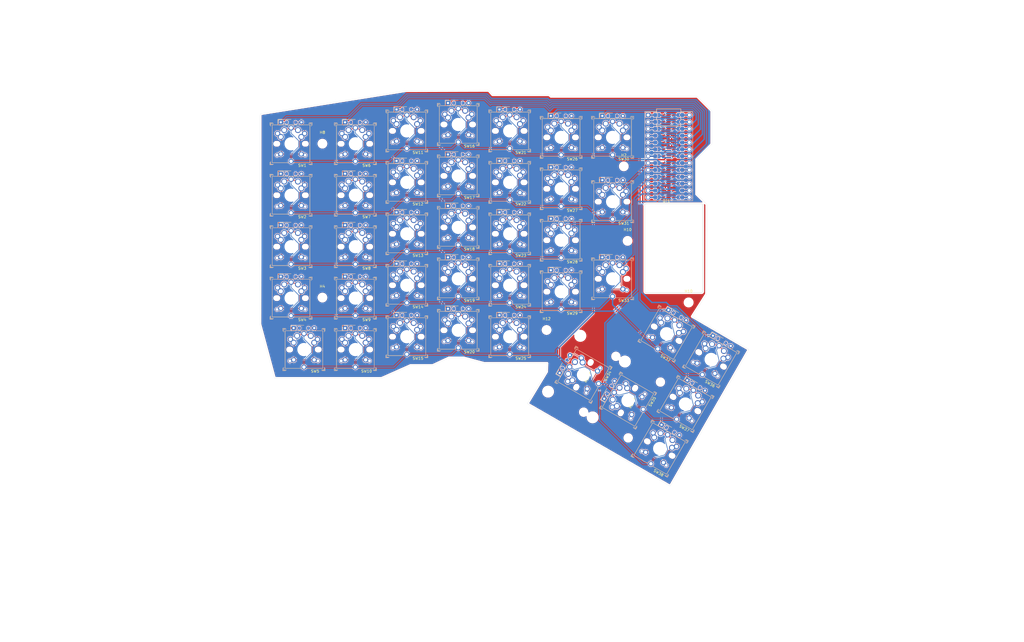
<source format=kicad_pcb>
(kicad_pcb (version 20241229) (generator "pcbnew") (generator_version "9.0")
  (layers (0 "F.Cu" signal) (2 "B.Cu" signal) (13 "F.Paste" user) (15 "B.Paste" user) (5 "F.SilkS" user "F.Silkscreen") (7 "B.SilkS" user "B.Silkscreen") (1 "F.Mask" user) (3 "B.Mask" user) (25 "Edge.Cuts" user))
  (net 0 "")
  (net 1 "ROW0")
  (net 2 "ROW1")
  (net 3 "ROW2")
  (net 4 "ROW3")
  (net 5 "ROW4")
  (net 6 "ROW5")
  (net 7 "COLUMN0")
  (net 8 "COLUMN1")
  (net 9 "COLUMN2")
  (net 10 "COLUMN3")
  (net 11 "COLUMN4")
  (net 12 "COLUMN5")
  (net 13 "COLUMN6")
  (net 14 "COLUMN7")
  (net 15 "COLUMN8")
  (net 62 "GND")
  (footprint "Keyboard_CS:SW_UNIVERSAL_1.00u" (layer "F.Cu") (at 133.35 59.53125)
    (property "Reference" "SW22")
    (property "Value" "~")
  )
  (footprint "Keyboard_CS:SW_UNIVERSAL_1.00u" (layer "F.Cu") (at 198.40696 141.598892 -30)
    (property "Reference" "SW37")
    (property "Value" "~")
  )
  (footprint "Keyboard_CS:SW_UNIVERSAL_1.00u" (layer "F.Cu") (at 52.3875 45.24375)
    (property "Reference" "SW1")
    (property "Value" "~")
  )
  (footprint "MountingHole:MountingHole_3.2mm_M3" (layer "F.Cu") (at 199.6 104)
    (property "Reference" "H10")
    (property "Value" "MountingHole")
  )
  (footprint "Keyboard_CS:SW_UNIVERSAL_1.00u" (layer "F.Cu") (at 191.434176 115.576108 -30)
    (property "Reference" "SW32")
    (property "Value" "~")
  )
  (footprint "MountingHole:MountingHole_3.2mm_M3" (layer "F.Cu") (at 177 81.2)
    (property "Reference" "H10")
    (property "Value" "MountingHole")
  )
  (footprint "MountingHole:MountingHole_3.2mm_M3" (layer "F.Cu") (at 64 102.2)
    (property "Reference" "H4")
    (property "Value" "MountingHole")
  )
  (footprint "Keyboard_CS:SW_UNIVERSAL_1.00u" (layer "F.Cu") (at 188.88196 158.096676 -30)
    (property "Reference" "SW38")
    (property "Value" "~")
  )
  (footprint "Keyboard_CS:SW_UNIVERSAL_1.00u" (layer "F.Cu") (at 114.3 76.2)
    (property "Reference" "SW18")
    (property "Value" "~")
  )
  (footprint "MountingHole:MountingHole_3.2mm_M3" (layer "F.Cu") (at 147 114.2)
    (property "Reference" "H12")
    (property "Value" "MountingHole")
  )
  (footprint "Keyboard_CS:SW_UNIVERSAL_1.00u" (layer "F.Cu") (at 57.15 121.44375)
    (property "Reference" "SW5")
    (property "Value" "~")
  )
  (footprint "Keyboard_CS:SW_UNIVERSAL_1.00u" (layer "F.Cu") (at 52.3875 64.29375)
    (property "Reference" "SW2")
    (property "Value" "~")
  )
  (footprint "Keyboard_CS:SW_UNIVERSAL_1.00u" (layer "F.Cu") (at 76.2 45.24375)
    (property "Reference" "SW6")
    (property "Value" "~")
  )
  (footprint "Keyboard_CS:SW_UNIVERSAL_1.00u" (layer "F.Cu") (at 95.25 78.58125)
    (property "Reference" "SW13")
    (property "Value" "~")
  )
  (footprint "Keyboard_CS:SW_UNIVERSAL_1.00u" (layer "F.Cu") (at 76.2 121.44375)
    (property "Reference" "SW10")
    (property "Value" "~")
  )
  (footprint "PCM_Mounting_Keyboard_Stabilizer:Stabilizer_Cherry_MX_2.00u" (layer "F.Cu") (at 160.648892 130.797784 -120)
    (property "Reference" "REF**")
    (property "Value" "Stabilizer_Cherry_MX_2.00u")
  )
  (footprint "Keyboard_CS:SW_UNIVERSAL_1.00u" (layer "F.Cu") (at 160.648892 130.797784 60)
    (property "Reference" "SW34")
    (property "Value" "~")
  )
  (footprint "Keyboard_CS:503020 battery hole" (layer "F.Cu") (at 183.345 67.395)
    (property "Reference" "BT1")
    (property "Value" "Battery_Cell")
    (fp_line (start 0 32.5) (end 0 0.5) (stroke (width 0.12)) (layer "Edge.Cuts"))
    (fp_line (start 0.5 0) (end 21 0) (stroke (width 0.12)) (layer "Edge.Cuts"))
    (fp_line (start 21 32.999999) (end 0.5 33) (stroke (width 0.12)) (layer "Edge.Cuts"))
    (fp_line (start 21.5 0.5) (end 21.5 32.5) (stroke (width 0.12)) (layer "Edge.Cuts"))
    (fp_arc (start 0 0.5) (mid 0.146447 0.146447) (end 0.5 0) (stroke (width 0.12)) (layer "Edge.Cuts"))
    (fp_arc (start 0.5 33) (mid 0.146447 32.853553) (end 0 32.5) (stroke (width 0.12)) (layer "Edge.Cuts"))
    (fp_arc (start 21 0) (mid 21.353553 0.146447) (end 21.5 0.5) (stroke (width 0.12)) (layer "Edge.Cuts"))
    (fp_arc (start 21.5 32.5) (mid 21.353553 32.853553) (end 21 32.999999) (stroke (width 0.12)) (layer "Edge.Cuts"))
  )
  (footprint "Keyboard_CS:SW_UNIVERSAL_1.00u" (layer "F.Cu") (at 152.4 42.8625)
    (property "Reference" "SW26")
    (property "Value" "~")
  )
  (footprint "Keyboard_CS:SW_UNIVERSAL_1.00u" (layer "F.Cu") (at 177.146676 140.322784 60)
    (property "Reference" "SW35")
    (property "Value" "~")
  )
  (footprint "Keyboard_CS:SW_UNIVERSAL_1.00u" (layer "F.Cu") (at 76.2 102.39375)
    (property "Reference" "SW9")
    (property "Value" "~")
  )
  (footprint "Keyboard_CS:SW_UNIVERSAL_1.00u" (layer "F.Cu") (at 133.35 78.58125)
    (property "Reference" "SW23")
    (property "Value" "~")
  )
  (footprint "MountingHole:MountingHole_3.2mm_M3" (layer "F.Cu") (at 64 45.2)
    (property "Reference" "H8")
    (property "Value" "MountingHole")
  )
  (footprint "Keyboard_CS:SW_UNIVERSAL_1.00u" (layer "F.Cu") (at 171.45 95.25)
    (property "Reference" "SW33")
    (property "Value" "~")
  )
  (footprint "Keyboard_CS:SW_UNIVERSAL_1.00u" (layer "F.Cu") (at 133.35 116.68125)
    (property "Reference" "SW25")
    (property "Value" "~")
  )
  (footprint "Keyboard_CS:SW_UNIVERSAL_1.00u" (layer "F.Cu") (at 52.3875 83.34375)
    (property "Reference" "SW3")
    (property "Value" "~")
  )
  (footprint "Keyboard_CS:SW_UNIVERSAL_1.00u" (layer "F.Cu") (at 133.35 97.63125)
    (property "Reference" "SW24")
    (property "Value" "~")
  )
  (footprint "Keyboard_CS:ProMicro_DUAL_jumper" (layer "F.Cu") (at 184.61 37.14 -90)
    (property "Reference" "U1" (hide yes))
    (property "Value" "SuperMini nRF52840")
  )
  (footprint "MountingHole:MountingHole_3.2mm_M3" (layer "F.Cu") (at 175.6 53.6)
    (property "Reference" "H2")
    (property "Value" "MountingHole")
  )
  (footprint "Keyboard_CS:SW_UNIVERSAL_1.00u" (layer "F.Cu") (at 95.25 40.48125)
    (property "Reference" "SW11")
    (property "Value" "~")
  )
  (footprint "Keyboard_CS:SW_UNIVERSAL_1.00u" (layer "F.Cu") (at 76.2 64.29375)
    (property "Reference" "SW7")
    (property "Value" "~")
  )
  (footprint "Keyboard_CS:SW_UNIVERSAL_1.00u" (layer "F.Cu") (at 171.45 66.675)
    (property "Reference" "SW31")
    (property "Value" "~")
  )
  (footprint "Keyboard_CS:SW_UNIVERSAL_1.00u" (layer "F.Cu") (at 95.25 59.53125)
    (property "Reference" "SW12")
    (property "Value" "~")
  )
  (footprint "Keyboard_CS:SW_UNIVERSAL_1.00u" (layer "F.Cu") (at 95.25 97.63125)
    (property "Reference" "SW14")
    (property "Value" "~")
  )
  (footprint "PCM_Mounting_Keyboard_Stabilizer:Stabilizer_Cherry_MX_2.00u" (layer "F.Cu") (at 177.146676 140.322784 -120)
    (property "Reference" "REF**")
    (property "Value" "Stabilizer_Cherry_MX_2.00u")
  )
  (footprint "Keyboard_CS:SW_UNIVERSAL_1.00u" (layer "F.Cu") (at 95.25 116.68125)
    (property "Reference" "SW15")
    (property "Value" "~")
  )
  (footprint "Keyboard_CS:SW_UNIVERSAL_1.00u" (layer "F.Cu") (at 114.3 95.25)
    (property "Reference" "SW19")
    (property "Value" "~")
  )
  (footprint "Keyboard_CS:SW_UNIVERSAL_1.00u" (layer "F.Cu") (at 76.2 83.34375)
    (property "Reference" "SW8")
    (property "Value" "~")
  )
  (footprint "Keyboard_CS:SW_UNIVERSAL_1.00u" (layer "F.Cu") (at 171.45 42.8625)
    (property "Reference" "SW30")
    (property "Value" "~")
  )
  (footprint "Keyboard_CS:SW_UNIVERSAL_1.00u" (layer "F.Cu") (at 152.4 100.0125)
    (property "Reference" "SW29")
    (property "Value" "~")
  )
  (footprint "Keyboard_CS:SW_UNIVERSAL_1.00u" (layer "F.Cu") (at 114.3 114.3)
    (property "Reference" "SW20")
    (property "Value" "~")
  )
  (footprint "Keyboard_CS:SW_UNIVERSAL_1.00u" (layer "F.Cu") (at 52.3875 102.39375)
    (property "Reference" "SW4")
    (property "Value" "~")
  )
  (footprint "Keyboard_CS:SW_UNIVERSAL_1.00u" (layer "F.Cu") (at 152.4 80.9625)
    (property "Reference" "SW28")
    (property "Value" "~")
  )
  (footprint "Keyboard_CS:SW_UNIVERSAL_1.00u" (layer "F.Cu") (at 207.93196 125.101108 -30)
    (property "Reference" "SW36")
    (property "Value" "~")
  )
  (footprint "Keyboard_CS:SW_UNIVERSAL_1.00u" (layer "F.Cu") (at 114.3 38.1)
    (property "Reference" "SW16")
    (property "Value" "~")
  )
  (footprint "Keyboard_CS:SW_UNIVERSAL_1.00u" (layer "F.Cu") (at 152.4 61.9125)
    (property "Reference" "SW27")
    (property "Value" "~")
  )
  (footprint "Keyboard_CS:SW_UNIVERSAL_1.00u" (layer "F.Cu") (at 114.3 57.15)
    (property "Reference" "SW17")
    (property "Value" "~")
  )
  (footprint "Keyboard_CS:SW_UNIVERSAL_1.00u" (layer "F.Cu") (at 133.35 40.48125)
    (property "Reference" "SW21")
    (property "Value" "~")
  )
  (gr_poly (pts (xy 41 34.2) (xy 95.1 25.6) (xy 125.6 25.5) (xy 127 27.1) (xy 148 27.1) (xy 148.6 27.7) (xy 202.8 27.7) (xy 208.1 33) (xy 208.1 45.4) (xy 202.5 51) (xy 202.5 63.9) (xy 206.3 67.641447) (xy 206.2 100.9) (xy 200.9 109.2) (xy 221.9 121.4) (xy 192.8 172) (xy 139.9 141.5) (xy 147.1 129.6) (xy 147.2 126.5) (xy 123.9 126.5) (xy 116.4 124.5) (xy 110.8 124.5) (xy 104.8 127.3) (xy 96.6 127.3) (xy 85.8 132.1) (xy 46.3 132.1) (xy 40.9 112) (xy 41 34.2) (xy 41 34.2)) (stroke (width 0.05)) (fill no) (layer "Edge.Cuts"))
  (segment (start 116.68125 46.98125) (end 133.35 46.98125) (width 0.5) (layer "B.Cu") (net 1))
  (segment (start 76.2 51.74375) (end 88.7755 51.74375) (width 0.5) (layer "B.Cu") (net 1))
  (segment (start 135.73125 49.3625) (end 152.4 49.3625) (width 0.5) (layer "B.Cu") (net 1))
  (segment (start 95.25 46.98125) (end 111.91875 46.98125) (width 0.5) (layer "B.Cu") (net 1))
  (segment (start 114.3 44.6) (end 116.68125 46.98125) (width 0.5) (layer "B.Cu") (net 1))
  (segment (start 187.7787 51.091) (end 189.0677 52.38) (width 0.5) (layer "B.Cu") (net 1))
  (segment (start 88.7755 51.74375) (end 93.538 46.98125) (width 0.5) (layer "B.Cu") (net 1))
  (segment (start 52.3875 51.74375) (end 76.2 51.74375) (width 0.5) (layer "B.Cu") (net 1))
  (segment (start 111.91875 46.98125) (end 114.3 44.6) (width 0.5) (layer "B.Cu") (net 1))
  (segment (start 152.4 49.3625) (end 171.45 49.3625) (width 0.5) (layer "B.Cu") (net 1))
  (segment (start 133.35 46.98125) (end 135.73125 49.3625) (width 0.5) (layer "B.Cu") (net 1))
  (segment (start 93.538 46.98125) (end 95.25 46.98125) (width 0.5) (layer "B.Cu") (net 1))
  (segment (start 171.45 49.3625) (end 173.1785 51.091) (width 0.5) (layer "B.Cu") (net 1))
  (segment (start 173.1785 51.091) (end 187.7787 51.091) (width 0.5) (layer "B.Cu") (net 1))
  (segment (start 111.91875 66.03125) (end 114.3 63.65) (width 0.5) (layer "B.Cu") (net 2))
  (segment (start 95.25 66.03125) (end 111.91875 66.03125) (width 0.5) (layer "B.Cu") (net 2))
  (segment (start 76.2 70.79375) (end 88.7755 70.79375) (width 0.5) (layer "B.Cu") (net 2))
  (segment (start 133.35 66.03125) (end 135.73125 68.4125) (width 0.5) (layer "B.Cu") (net 2))
  (segment (start 88.7755 70.79375) (end 93.538 66.03125) (width 0.5) (layer "B.Cu") (net 2))
  (segment (start 166.90224 73.175) (end 171.45 73.175) (width 0.5) (layer "B.Cu") (net 2))
  (segment (start 162.13974 68.4125) (end 166.90224 73.175) (width 0.5) (layer "B.Cu") (net 2))
  (segment (start 116.68125 66.03125) (end 133.35 66.03125) (width 0.5) (layer "B.Cu") (net 2))
  (segment (start 152.4 68.4125) (end 162.13974 68.4125) (width 0.5) (layer "B.Cu") (net 2))
  (segment (start 93.538 66.03125) (end 95.25 66.03125) (width 0.5) (layer "B.Cu") (net 2))
  (segment (start 114.3 63.65) (end 116.68125 66.03125) (width 0.5) (layer "B.Cu") (net 2))
  (segment (start 135.73125 68.4125) (end 152.4 68.4125) (width 0.5) (layer "B.Cu") (net 2))
  (segment (start 173.99 61.595) (end 175.545634 61.595) (width 0.5) (layer "B.Cu") (net 2))
  (segment (start 183.509634 53.631) (end 187.755882 53.631) (width 0.5) (layer "B.Cu") (net 2))
  (segment (start 175.545634 61.595) (end 183.509634 53.631) (width 0.5) (layer "B.Cu") (net 2))
  (segment (start 52.3875 70.79375) (end 76.2 70.79375) (width 0.5) (layer "B.Cu") (net 2))
  (segment (start 187.755882 53.631) (end 188.605903 54.481021) (width 0.5) (layer "B.Cu") (net 2))
  (segment (start 114.3 82.7) (end 116.68125 85.08125) (width 0.5) (layer "B.Cu") (net 3))
  (segment (start 111.91875 85.08125) (end 114.3 82.7) (width 0.5) (layer "B.Cu") (net 3))
  (segment (start 178 71.17276) (end 178 67.890429) (width 0.5) (layer "B.Cu") (net 3))
  (segment (start 174.390259 74.782501) (end 178 71.17276) (width 0.5) (layer "B.Cu") (net 3))
  (segment (start 154.94 75.8825) (end 156.039999 74.782501) (width 0.5) (layer "B.Cu") (net 3))
  (segment (start 95.25 85.08125) (end 111.91875 85.08125) (width 0.5) (layer "B.Cu") (net 3))
  (segment (start 76.2 89.84375) (end 88.7755 89.84375) (width 0.5) (layer "B.Cu") (net 3))
  (segment (start 184.129818 58.711) (end 187.8167 58.711) (width 0.5) (layer "B.Cu") (net 3))
  (segment (start 88.7755 89.84375) (end 93.538 85.08125) (width 0.5) (layer "B.Cu") (net 3))
  (segment (start 156.039999 74.782501) (end 174.390259 74.782501) (width 0.5) (layer "B.Cu") (net 3))
  (segment (start 116.68125 85.08125) (end 133.35 85.08125) (width 0.5) (layer "B.Cu") (net 3))
  (segment (start 178 65.459571) (end 178 64.840818) (width 0.5) (layer "B.Cu") (net 3))
  (segment (start 135.73125 87.4625) (end 152.4 87.4625) (width 0.5) (layer "B.Cu") (net 3))
  (segment (start 187.8167 58.711) (end 189.0677 57.46) (width 0.5) (layer "B.Cu") (net 3))
  (segment (start 52.3875 89.84375) (end 76.2 89.84375) (width 0.5) (layer "B.Cu") (net 3))
  (segment (start 178.5519 66.011471) (end 178 65.459571) (width 0.5) (layer "B.Cu") (net 3))
  (segment (start 93.538 85.08125) (end 95.25 85.08125) (width 0.5) (layer "B.Cu") (net 3))
  (segment (start 178.5519 67.338529) (end 178.5519 66.011471) (width 0.5) (layer "B.Cu") (net 3))
  (segment (start 178 67.890429) (end 178.5519 67.338529) (width 0.5) (layer "B.Cu") (net 3))
  (segment (start 178 64.840818) (end 184.129818 58.711) (width 0.5) (layer "B.Cu") (net 3))
  (segment (start 133.35 85.08125) (end 135.73125 87.4625) (width 0.5) (layer "B.Cu") (net 3))
  (segment (start 166.6875 106.5125) (end 152.4 106.5125) (width 0.5) (layer "B.Cu") (net 4))
  (segment (start 114.3 101.75) (end 116.68125 104.13125) (width 0.5) (layer "B.Cu") (net 4))
  (segment (start 183.549 61.251) (end 187.793746 61.251) (width 0.5) (layer "B.Cu") (net 4))
  (segment (start 171.45 101.75) (end 166.6875 106.5125) (width 0.5) (layer "B.Cu") (net 4))
  (segment (start 187.787621 121.205273) (end 188.184176 121.205273) (width 0.5) (layer "B.Cu") (net 4))
  (segment (start 133.35 104.13125) (end 135.73125 106.5125) (width 0.5) (layer "B.Cu") (net 4))
  (segment (start 179.4 65.4) (end 183.549 61.251) (width 0.5) (layer "B.Cu") (net 4))
  (segment (start 188.184176 121.205273) (end 197.709176 130.730273) (width 0.5) (layer "B.Cu") (net 4))
  (segment (start 171.45 101.75) (end 171.45 104.867652) (width 0.5) (layer "B.Cu") (net 4))
  (segment (start 93.538 104.13125) (end 95.25 104.13125) (width 0.5) (layer "B.Cu") (net 4))
  (segment (start 76.2 108.89375) (end 88.7755 108.89375) (width 0.5) (layer "B.Cu") (net 4))
  (segment (start 52.3875 108.89375) (end 76.2 108.89375) (width 0.5) (layer "B.Cu") (net 4))
  (segment (start 135.73125 106.5125) (end 152.4 106.5125) (width 0.5) (layer "B.Cu") (net 4))
  (segment (start 95.25 104.13125) (end 111.91875 104.13125) (width 0.5) (layer "B.Cu") (net 4))
  (segment (start 116.68125 104.13125) (end 133.35 104.13125) (width 0.5) (layer "B.Cu") (net 4))
  (segment (start 171.45 104.867652) (end 187.787621 121.205273) (width 0.5) (layer "B.Cu") (net 4))
  (segment (start 173.99 90.17) (end 175.545634 90.17) (width 0.5) (layer "B.Cu") (net 4))
  (segment (start 111.91875 104.13125) (end 114.3 101.75) (width 0.5) (layer "B.Cu") (net 4))
  (segment (start 88.7755 108.89375) (end 93.538 104.13125) (width 0.5) (layer "B.Cu") (net 4))
  (segment (start 175.545634 90.17) (end 179.4 86.315634) (width 0.5) (layer "B.Cu") (net 4))
  (segment (start 187.793746 61.251) (end 188.605904 60.438842) (width 0.5) (layer "B.Cu") (net 4))
  (segment (start 179.4 86.315634) (end 179.4 65.4) (width 0.5) (layer "B.Cu") (net 4))
  (segment (start 197.709176 130.730273) (end 204.68196 130.730273) (width 0.5) (layer "B.Cu") (net 4))
  (segment (start 172.2 106.8) (end 173.6 105.4) (width 0.5) (layer "F.Cu") (net 5))
  (via (at 172.2 106.8) (size 0.6) (drill 0.3) (layers "F.Cu" "B.Cu") (net 5))
  (via (at 173.6 105.4) (size 0.6) (drill 0.3) (layers "F.Cu" "B.Cu") (net 5))
  (segment (start 150.6 123.18125) (end 150.872808 123.18125) (width 0.5) (layer "B.Cu") (net 5))
  (segment (start 114.3 120.8) (end 116.68125 123.18125) (width 0.5) (layer "B.Cu") (net 5))
  (segment (start 173.6 105.4) (end 180.101 98.899) (width 0.5) (layer "B.Cu") (net 5))
  (segment (start 111.91875 123.18125) (end 114.3 120.8) (width 0.5) (layer "B.Cu") (net 5))
  (segment (start 186.431114 147.228057) (end 195.15696 147.228057) (width 0.5) (layer "B.Cu") (net 5))
  (segment (start 57.15 127.94375) (end 76.2 127.94375) (width 0.5) (layer "B.Cu") (net 5))
  (segment (start 180.101 98.899) (end 180.101 66) (width 0.5) (layer "B.Cu") (net 5))
  (segment (start 95.25 123.18125) (end 111.91875 123.18125) (width 0.5) (layer "B.Cu") (net 5))
  (segment (start 150.6 121.713185) (end 165.099685 107.2135) (width 0.5) (layer "B.Cu") (net 5))
  (segment (start 150.872808 123.18125) (end 155.539342 127.847784) (width 0.5) (layer "B.Cu") (net 5))
  (segment (start 168.712126 134.047784) (end 172.037126 137.372784) (width 0.5) (layer "B.Cu") (net 5))
  (segment (start 90.4875 127.94375) (end 95.25 123.18125) (width 0.5) (layer "B.Cu") (net 5))
  (segment (start 165.099685 107.2135) (end 171.7865 107.2135) (width 0.5) (layer "B.Cu") (net 5))
  (segment (start 116.68125 123.18125) (end 133.35 123.18125) (width 0.5) (layer "B.Cu") (net 5))
  (segment (start 182.775841 143.572784) (end 186.431114 147.228057) (width 0.5) (layer "B.Cu") (net 5))
  (segment (start 150.6 123.18125) (end 150.6 121.713185) (width 0.5) (layer "B.Cu") (net 5))
  (segment (start 166.278057 134.047784) (end 168.712126 134.047784) (width 0.5) (layer "B.Cu") (net 5))
  (segment (start 76.2 127.94375) (end 90.4875 127.94375) (width 0.5) (layer "B.Cu") (net 5))
  (segment (start 133.35 123.18125) (end 150.6 123.18125) (width 0.5) (layer "B.Cu") (net 5))
  (segment (start 180.101 66) (end 182.272 63.829) (width 0.5) (layer "B.Cu") (net 5))
  (segment (start 182.272 63.829) (end 187.755746 63.829) (width 0.5) (layer "B.Cu") (net 5))
  (segment (start 187.755746 63.829) (end 188.605904 62.978842) (width 0.5) (layer "B.Cu") (net 5))
  (segment (start 171.7865 107.2135) (end 172.2 106.8) (width 0.5) (layer "B.Cu") (net 5))
  (segment (start 172.6 107.6) (end 174.2 106) (width 0.5) (layer "F.Cu") (net 6))
  (segment (start 166.6 135.707155) (end 168.6 133.707155) (width 0.5) (layer "F.Cu") (net 6))
  (segment (start 168.6 133.707155) (end 168.6 133) (width 0.5) (layer "F.Cu") (net 6))
  (segment (start 166.6 136.6) (end 166.6 135.707155) (width 0.5) (layer "F.Cu") (net 6))
  (via (at 166.6 136.6) (size 0.6) (drill 0.3) (layers "F.Cu" "B.Cu") (net 6))
  (via (at 168.6 133) (size 0.6) (drill 0.3) (layers "F.Cu" "B.Cu") (net 6))
  (via (at 172.6 107.6) (size 0.6) (drill 0.3) (layers "F.Cu" "B.Cu") (net 6))
  (via (at 174.2 106) (size 0.6) (drill 0.3) (layers "F.Cu" "B.Cu") (net 6))
  (segment (start 168.6 133) (end 168.6 111.6) (width 0.5) (layer "B.Cu") (net 6))
  (segment (start 166.6 147.632799) (end 166.6 136.6) (width 0.5) (layer "B.Cu") (net 6))
  (segment (start 180.802 66.6) (end 187.5477 66.6) (width 0.5) (layer "B.Cu") (net 6))
  (segment (start 182.693042 163.725841) (end 166.6 147.632799) (width 0.5) (layer "B.Cu") (net 6))
  (segment (start 168.6 111.6) (end 172.6 107.6) (width 0.5) (layer "B.Cu") (net 6))
  (segment (start 185.63196 163.725841) (end 182.693042 163.725841) (width 0.5) (layer "B.Cu") (net 6))
  (segment (start 188.605904 65.541796) (end 188.605904 65.08) (width 0.5) (layer "B.Cu") (net 6))
  (segment (start 174.2 106) (end 180.802 99.398) (width 0.5) (layer "B.Cu") (net 6))
  (segment (start 180.802 99.398) (end 180.802 66.6) (width 0.5) (layer "B.Cu") (net 6))
  (segment (start 187.5477 66.6) (end 188.605904 65.541796) (width 0.5) (layer "B.Cu") (net 6))
  (segment (start 45.2856 40.58565) (end 45.2856 53.05185) (width 0.5) (layer "F.Cu") (net 7))
  (segment (start 48.5775 94.44375) (end 45.2856 97.73565) (width 0.5) (layer "F.Cu") (net 7))
  (segment (start 45.2856 91.15185) (end 48.5775 94.44375) (width 0.5) (layer "F.Cu") (net 7))
  (segment (start 48.5775 37.29375) (end 45.2856 40.58565) (width 0.5) (layer "F.Cu") (net 7))
  (segment (start 45.2856 97.73565) (end 45.2856 106.33961) (width 0.5) (layer "F.Cu") (net 7))
  (segment (start 45.2856 78.68565) (end 45.2856 91.15185) (width 0.5) (layer "F.Cu") (net 7))
  (segment (start 45.2856 53.05185) (end 48.5775 56.34375) (width 0.5) (layer "F.Cu") (net 7))
  (segment (start 52.43974 113.49375) (end 53.34 113.49375) (width 0.5) (layer "F.Cu") (net 7))
  (segment (start 45.2856 106.33961) (end 52.43974 113.49375) (width 0.5) (layer "F.Cu") (net 7))
  (segment (start 48.5775 56.34375) (end 44.92125 60) (width 0.5) (layer "F.Cu") (net 7))
  (segment (start 48.5775 75.39375) (end 45.2856 78.68565) (width 0.5) (layer "F.Cu") (net 7))
  (segment (start 44.92125 71.7375) (end 48.5775 75.39375) (width 0.5) (layer "F.Cu") (net 7))
  (segment (start 44.92125 60) (end 44.92125 71.7375) (width 0.5) (layer "F.Cu") (net 7))
  (segment (start 206.2 45.259182) (end 200.368182 51.091) (width 0.5) (layer "B.Cu") (net 7))
  (segment (start 124.970092 26.796) (end 126.650342 28.47625) (width 0.5) (layer "B.Cu") (net 7))
  (segment (start 91.699579 30.288943) (end 95.192522 26.796) (width 0.5) (layer "B.Cu") (net 7))
  (segment (start 148.414636 28.994) (end 202.394 28.994) (width 0.5) (layer "B.Cu") (net 7))
  (segment (start 148.2 29.208636) (end 148.414636 28.994) (width 0.5) (layer "B.Cu") (net 7))
  (segment (start 50.67125 35.2) (end 73.492386 35.2) (width 0.5) (layer "B.Cu") (net 7))
  (segment (start 73.492386 35.2) (end 78.403443 30.288943) (width 0.5) (layer "B.Cu") (net 7))
  (segment (start 95.192522 26.796) (end 124.970092 26.796) (width 0.5) (layer "B.Cu") (net 7))
  (segment (start 200.368182 51.091) (end 196.704255 51.091) (width 0.5) (layer "B.Cu") (net 7))
  (segment (start 126.650342 28.47625) (end 147.467614 28.47625) (width 0.5) (layer "B.Cu") (net 7))
  (segment (start 147.467614 28.47625) (end 148.2 29.208636) (width 0.5) (layer "B.Cu") (net 7))
  (segment (start 78.403443 30.288943) (end 91.699579 30.288943) (width 0.5) (layer "B.Cu") (net 7))
  (segment (start 202.394 28.994) (end 206.2 32.8) (width 0.5) (layer "B.Cu") (net 7))
  (segment (start 206.2 32.8) (end 206.2 45.259182) (width 0.5) (layer "B.Cu") (net 7))
  (segment (start 196.704255 51.091) (end 195.854097 51.941158) (width 0.5) (layer "B.Cu") (net 7))
  (segment (start 48.5775 37.29375) (end 50.67125 35.2) (width 0.5) (layer "B.Cu") (net 7))
  (segment (start 72.39 37.29375) (end 69.0981 40.58565) (width 0.5) (layer "F.Cu") (net 8))
  (segment (start 72.39 94.44375) (end 69.0981 97.73565) (width 0.5) (layer "F.Cu") (net 8))
  (segment (start 72.39 75.39375) (end 69.0981 78.68565) (width 0.5) (layer "F.Cu") (net 8))
  (segment (start 69.0981 110.20185) (end 72.39 113.49375) (width 0.5) (layer "F.Cu") (net 8))
  (segment (start 69.0981 78.68565) (end 69.0981 91.15185) (width 0.5) (layer "F.Cu") (net 8))
  (segment (start 69.0981 72.10185) (end 72.39 75.39375) (width 0.5) (layer "F.Cu") (net 8))
  (segment (start 72.39 56.34375) (end 69.0981 59.63565) (width 0.5) (layer "F.Cu") (net 8))
  (segment (start 69.0981 40.58565) (end 69.0981 53.05185) (width 0.5) (layer "F.Cu") (net 8))
  (segment (start 69.0981 59.63565) (end 69.0981 72.10185) (width 0.5) (layer "F.Cu") (net 8))
  (segment (start 69.0981 53.05185) (end 72.39 56.34375) (width 0.5) (layer "F.Cu") (net 8))
  (segment (start 69.0981 91.15185) (end 72.39 94.44375) (width 0.5) (layer "F.Cu") (net 8))
  (segment (start 69.0981 97.73565) (end 69.0981 110.20185) (width 0.5) (layer "F.Cu") (net 8))
  (segment (start 148.2 30.2) (end 148.705 29.695) (width 0.5) (layer "B.Cu") (net 8))
  (segment (start 147.17725 29.17725) (end 148.2 30.2) (width 0.5) (layer "B.Cu") (net 8))
  (segment (start 195.854097 49.401159) (end 195.854097 49.84) (width 0.5) (layer "B.Cu") (net 8))
  (segment (start 202.05182 29.695) (end 205.402 33.04518) (width 0.5) (layer "B.Cu") (net 8))
  (segment (start 95.482886 27.497) (end 124.679728 27.497) (width 0.5) (layer "B.Cu") (net 8))
  (segment (start 72.39 37.29375) (end 78.693807 30.989943) (width 0.5) (layer "B.Cu") (net 8))
  (segment (start 126.359978 29.17725) (end 147.17725 29.17725) (width 0.5) (layer "B.Cu") (net 8))
  (segment (start 148.705 29.695) (end 202.05182 29.695) (width 0.5) (layer "B.Cu") (net 8))
  (segment (start 196.666256 48.589) (end 195.854097 49.401159) (width 0.5) (layer "B.Cu") (net 8))
  (segment (start 200.330182 48.589) (end 196.666256 48.589) (width 0.5) (layer "B.Cu") (net 8))
  (segment (start 91.989943 30.989943) (end 95.482886 27.497) (width 0.5) (layer "B.Cu") (net 8))
  (segment (start 124.679728 27.497) (end 126.359978 29.17725) (width 0.5) (layer "B.Cu") (net 8))
  (segment (start 205.402 33.04518) (end 205.402 43.517182) (width 0.5) (layer "B.Cu") (net 8))
  (segment (start 78.693807 30.989943) (end 91.989943 30.989943) (width 0.5) (layer "B.Cu") (net 8))
  (segment (start 205.402 43.517182) (end 200.330182 48.589) (width 0.5) (layer "B.Cu") (net 8))
  (segment (start 88.1481 86.38935) (end 91.44 89.68125) (width 0.5) (layer "F.Cu") (net 9))
  (segment (start 91.44 32.53125) (end 88.1481 35.82315) (width 0.5) (layer "F.Cu") (net 9))
  (segment (start 87.4 55.62125) (end 87.4 66.59125) (width 0.5) (layer "F.Cu") (net 9))
  (segment (start 88.1481 48.28935) (end 91.44 51.58125) (width 0.5) (layer "F.Cu") (net 9))
  (segment (start 91.44 89.68125) (end 88.1481 92.97315) (width 0.5) (layer "F.Cu") (net 9))
  (segment (start 88.1481 73.92315) (end 88.1481 86.38935) (width 0.5) (layer "F.Cu") (net 9))
  (segment (start 91.44 70.63125) (end 88.1481 73.92315) (width 0.5) (layer "F.Cu") (net 9))
  (segment (start 87.4 66.59125) (end 91.44 70.63125) (width 0.5) (layer "F.Cu") (net 9))
  (segment (start 88.1481 105.43935) (end 91.44 108.73125) (width 0.5) (layer "F.Cu") (net 9))
  (segment (start 88.1481 35.82315) (end 88.1481 48.28935) (width 0.5) (layer "F.Cu") (net 9))
  (segment (start 88.1481 92.97315) (end 88.1481 105.43935) (width 0.5) (layer "F.Cu") (net 9))
  (segment (start 91.44 51.58125) (end 87.4 55.62125) (width 0.5) (layer "F.Cu") (net 9))
  (segment (start 201.761456 30.396) (end 204.701 33.335544) (width 0.5) (layer "B.Cu") (net 9))
  (segment (start 204.701 41.678182) (end 200.368182 46.011) (width 0.5) (layer "B.Cu") (net 9))
  (segment (start 126.330386 29.87825) (end 146.869614 29.87825) (width 0.5) (layer "B.Cu") (net 9))
  (segment (start 126.2 30.008636) (end 126.330386 29.87825) (width 0.5) (layer "B.Cu") (net 9))
  (segment (start 95.77325 28.198) (end 124.389364 28.198) (width 0.5) (layer "B.Cu") (net 9))
  (segment (start 149.012636 30.396) (end 201.761456 30.396) (width 0.5) (layer "B.Cu") (net 9))
  (segment (start 148.2 31.208636) (end 149.012636 30.396) (width 0.5) (layer "B.Cu") (net 9))
  (segment (start 146.869614 29.87825) (end 148.2 31.208636) (width 0.5) (layer "B.Cu") (net 9))
  (segment (start 200.368182 46.011) (end 196.704255 46.011) (width 0.5) (layer "B.Cu") (net 9))
  (segment (start 124.389364 28.198) (end 126.2 30.008636) (width 0.5) (layer "B.Cu") (net 9))
  (segment (start 91.44 32.53125) (end 95.77325 28.198) (width 0.5) (layer "B.Cu") (net 9))
  (segment (start 196.704255 46.011) (end 195.854097 46.861158) (width 0.5) (layer "B.Cu") (net 9))
  (segment (start 204.701 33.335544) (end 204.701 41.678182) (width 0.5) (layer "B.Cu") (net 9))
  (segment (start 110.49 49.2) (end 107.1981 52.4919) (width 0.5) (layer "F.Cu") (net 10))
  (segment (start 107.1981 84.0081) (end 110.49 87.3) (width 0.5) (layer "F.Cu") (net 10))
  (segment (start 107.1981 45.9081) (end 110.49 49.2) (width 0.5) (layer "F.Cu") (net 10))
  (segment (start 107.1981 33.4419) (end 107.1981 45.9081) (width 0.5) (layer "F.Cu") (net 10))
  (segment (start 110.49 87.3) (end 107.1981 90.5919) (width 0.5) (layer "F.Cu") (net 10))
  (segment (start 110.49 68.25) (end 107.1981 71.5419) (width 0.5) (layer "F.Cu") (net 10))
  (segment (start 107.1981 52.4919) (end 107.1981 64.9581) (width 0.5) (layer "F.Cu") (net 10))
  (segment (start 107.1981 71.5419) (end 107.1981 84.0081) (width 0.5) (layer "F.Cu") (net 10))
  (segment (start 107.1981 103.0581) (end 110.49 106.35) (width 0.5) (layer "F.Cu") (net 10))
  (segment (start 107.1981 90.5919) (end 107.1981 103.0581) (width 0.5) (layer "F.Cu") (net 10))
  (segment (start 110.49 30.15) (end 107.1981 33.4419) (width 0.5) (layer "F.Cu") (net 10))
  (segment (start 107.1981 64.9581) (end 110.49 68.25) (width 0.5) (layer "F.Cu") (net 10))
  (segment (start 110.49 30.15) (end 111.741 28.899) (width 0.5) (layer "B.Cu") (net 10))
  (segment (start 126.2 31) (end 126.62075 30.57925) (width 0.5) (layer "B.Cu") (net 10))
  (segment (start 111.741 28.899) (end 124.099 28.899) (width 0.5) (layer "B.Cu") (net 10))
  (segment (start 204 33.625908) (end 204 39.839182) (width 0.5) (layer "B.Cu") (net 10))
  (segment (start 146.57925 30.57925) (end 148.2 32.2) (width 0.5) (layer "B.Cu") (net 10))
  (segment (start 204 39.839182) (end 200.368182 43.471) (width 0.5) (layer "B.Cu") (net 10))
  (segment (start 149.303 31.097) (end 201.471092 31.097) (width 0.5) (layer "B.Cu") (net 10))
  (segment (start 200.368182 43.471) (end 196.704256 43.471) (width 0.5) (layer "B.Cu") (net 10))
  (segment (start 196.704256 43.471) (end 195.854097 44.321159) (width 0.5) (layer "B.Cu") (net 10))
  (segment (start 124.099 28.899) (end 126.2 31) (width 0.5) (layer "B.Cu") (net 10))
  (segment (start 126.62075 30.57925) (end 146.57925 30.57925) (width 0.5) (layer "B.Cu") (net 10))
  (segment (start 148.2 32.2) (end 149.303 31.097) (width 0.5) (layer "B.Cu") (net 10))
  (segment (start 201.471092 31.097) (end 204 33.625908) (width 0.5) (layer "B.Cu") (net 10))
  (segment (start 126.2481 54.87315) (end 126.2481 67.33935) (width 0.5) (layer "F.Cu") (net 11))
  (segment (start 126.2481 67.33935) (end 129.54 70.63125) (width 0.5) (layer "F.Cu") (net 11))
  (segment (start 129.54 70.63125) (end 126.2481 73.92315) (width 0.5) (layer "F.Cu") (net 11))
  (segment (start 129.54 89.68125) (end 126.2481 92.97315) (width 0.5) (layer "F.Cu") (net 11))
  (segment (start 126.2481 35.82315) (end 126.2481 48.28935) (width 0.5) (layer "F.Cu") (net 11))
  (segment (start 129.54 51.58125) (end 126.2481 54.87315) (width 0.5) (layer "F.Cu") (net 11))
  (segment (start 126.2481 105.43935) (end 129.54 108.73125) (width 0.5) (layer "F.Cu") (net 11))
  (segment (start 126.2481 73.92315) (end 126.2481 86.38935) (width 0.5) (layer "F.Cu") (net 11))
  (segment (start 129.54 32.53125) (end 126.2481 35.82315) (width 0.5) (layer "F.Cu") (net 11))
  (segment (start 126.2481 48.28935) (end 129.54 51.58125) (width 0.5) (layer "F.Cu") (net 11))
  (segment (start 126.2481 92.97315) (end 126.2481 105.43935) (width 0.5) (layer "F.Cu") (net 11))
  (segment (start 126.2481 86.38935) (end 129.54 89.68125) (width 0.5) (layer "F.Cu") (net 11))
  (segment (start 149.602 31.798) (end 201.180728 31.798) (width 0.5) (layer "B.Cu") (net 11))
  (segment (start 201.180728 31.798) (end 203.2 33.817272) (width 0.5) (layer "B.Cu") (net 11))
  (segment (start 196.704255 40.931) (end 195.854097 41.781158) (width 0.5) (layer "B.Cu") (net 11))
  (segment (start 200.368182 40.931) (end 196.704255 40.931) (width 0.5) (layer "B.Cu") (net 11))
  (segment (start 203.2 33.817272) (end 203.2 38.099182) (width 0.5) (layer "B.Cu") (net 11))
  (segment (start 129.54 32.53125) (end 130.791 31.28025) (width 0.5) (layer "B.Cu") (net 11))
  (segment (start 148.2 33.2) (end 149.602 31.798) (width 0.5) (layer "B.Cu") (net 11))
  (segment (start 146.28025 31.28025) (end 148.2 33.2) (width 0.5) (layer "B.Cu") (net 11))
  (segment (start 130.791 31.28025) (end 146.28025 31.28025) (width 0.5) (layer "B.Cu") (net 11))
  (segment (start 203.2 38.099182) (end 200.368182 40.931) (width 0.5) (layer "B.Cu") (net 11))
  (segment (start 145.2981 38.2044) (end 145.2981 50.6706) (width 0.5) (layer "F.Cu") (net 12))
  (segment (start 145.2981 88.7706) (end 148.59 92.0625) (width 0.5) (layer "F.Cu") (net 12))
  (segment (start 145.2981 69.7206) (end 148.59 73.0125) (width 0.5) (layer "F.Cu") (net 12))
  (segment (start 148.59 34.9125) (end 145.2981 38.2044) (width 0.5) (layer "F.Cu") (net 12))
  (segment (start 145.2981 57.2544) (end 145.2981 69.7206) (width 0.5) (layer "F.Cu") (net 12))
  (segment (start 145.2981 50.6706) (end 148.59 53.9625) (width 0.5) (layer "F.Cu") (net 12))
  (segment (start 145.2981 76.3044) (end 145.2981 88.7706) (width 0.5) (layer "F.Cu") (net 12))
  (segment (start 148.59 53.9625) (end 145.2981 57.2544) (width 0.5) (layer "F.Cu") (net 12))
  (segment (start 148.59 73.0125) (end 145.2981 76.3044) (width 0.5) (layer "F.Cu") (net 12))
  (segment (start 200.330182 38.429) (end 196.666256 38.429) (width 0.5) (layer "B.Cu") (net 12))
  (segment (start 148.59 34.9125) (end 151.0035 32.499) (width 0.5) (layer "B.Cu") (net 12))
  (segment (start 195.854097 39.241159) (end 195.854097 39.680001) (width 0.5) (layer "B.Cu") (net 12))
  (segment (start 202.4 36.359182) (end 200.330182 38.429) (width 0.5) (layer "B.Cu") (net 12))
  (segment (start 196.666256 38.429) (end 195.854097 39.241159) (width 0.5) (layer "B.Cu") (net 12))
  (segment (start 151.0035 32.499) (end 200.890364 32.499) (width 0.5) (layer "B.Cu") (net 12))
  (segment (start 202.4 34.008636) (end 202.4 36.359182) (width 0.5) (layer "B.Cu") (net 12))
  (segment (start 200.890364 32.499) (end 202.4 34.008636) (width 0.5) (layer "B.Cu") (net 12))
  (segment (start 167.64 34.9125) (end 164.3481 38.2044) (width 0.5) (layer "F.Cu") (net 13))
  (segment (start 164.3481 107.965085) (end 151.85899 120.454195) (width 0.5) (layer "F.Cu") (net 13))
  (segment (start 167.64 87.3) (end 164.3481 90.5919) (width 0.5) (layer "F.Cu") (net 13))
  (segment (start 164.3481 90.5919) (end 164.3481 107.965085) (width 0.5) (layer "F.Cu") (net 13))
  (segment (start 164.3481 62.0169) (end 164.3481 84.0081) (width 0.5) (layer "F.Cu") (net 13))
  (segment (start 164.3481 55.4331) (end 167.64 58.725) (width 0.5) (layer "F.Cu") (net 13))
  (segment (start 164.3481 38.2044) (end 164.3481 55.4331) (width 0.5) (layer "F.Cu") (net 13))
  (segment (start 164.3481 84.0081) (end 167.64 87.3) (width 0.5) (layer "F.Cu") (net 13))
  (segment (start 151.85899 120.454195) (end 151.85899 130.122341) (width 0.5) (layer "F.Cu") (net 13))
  (segment (start 167.64 58.725) (end 164.3481 62.0169) (width 0.5) (layer "F.Cu") (net 13))
  (segment (start 200.6 33.2) (end 201.6 34.2) (width 0.5) (layer "B.Cu") (net 13))
  (segment (start 167.64 34.9125) (end 169.3525 33.2) (width 0.5) (layer "B.Cu") (net 13))
  (segment (start 196.704255 35.851) (end 195.854097 36.701158) (width 0.5) (layer "B.Cu") (net 13))
  (segment (start 201.6 34.619182) (end 200.368182 35.851) (width 0.5) (layer "B.Cu") (net 13))
  (segment (start 169.3525 33.2) (end 200.6 33.2) (width 0.5) (layer "B.Cu") (net 13))
  (segment (start 200.368182 35.851) (end 196.704255 35.851) (width 0.5) (layer "B.Cu") (net 13))
  (segment (start 201.6 34.2) (end 201.6 34.619182) (width 0.5) (layer "B.Cu") (net 13))
  (segment (start 178.487517 126.905094) (end 173.595384 131.797227) (width 0.5) (layer "F.Cu") (net 14))
  (segment (start 181.6 67.4) (end 181.6 49.6) (width 0.5) (layer "F.Cu") (net 14))
  (segment (start 171.648592 131.797227) (end 168.356774 135.089045) (width 0.5) (layer "F.Cu") (net 14))
  (segment (start 191.305904 47.808) (end 193.3349 47.808) (width 0.5) (layer "F.Cu") (net 14))
  (segment (start 192.109619 106.786206) (end 189.972243 106.786206) (width 0.5) (layer "F.Cu") (net 14))
  (segment (start 173.595384 131.797227) (end 171.648592 131.797227) (width 0.5) (layer "F.Cu") (net 14))
  (segment (start 190.562904 48.551) (end 191.305904 47.808) (width 0.5) (layer "F.Cu") (net 14))
  (segment (start 178.487517 118.270932) (end 178.487517 126.905094) (width 0.5) (layer "F.Cu") (net 14))
  (segment (start 189.972243 106.786206) (end 178.487517 118.270932) (width 0.5) (layer "F.Cu") (net 14))
  (segment (start 168.356774 135.089045) (end 168.356774 139.647341) (width 0.5) (layer "F.Cu") (net 14))
  (segment (start 182.649 48.551) (end 190.562904 48.551) (width 0.5) (layer "F.Cu") (net 14))
  (segment (start 181.6 49.6) (end 182.649 48.551) (width 0.5) (layer "F.Cu") (net 14))
  (via (at 181.6 67.4) (size 0.6) (drill 0.3) (layers "F.Cu" "B.Cu") (net 14))
  (segment (start 181.6 68.6) (end 181.6 67.4) (width 0.5) (layer "B.Cu") (net 14))
  (segment (start 185.386206 106.786206) (end 181.6 103) (width 0.5) (layer "B.Cu") (net 14))
  (segment (start 192.109619 106.786206) (end 185.386206 106.786206) (width 0.5) (layer "B.Cu") (net 14))
  (segment (start 181.6 103) (end 181.6 68.6) (width 0.5) (layer "B.Cu") (net 14))
  (segment (start 191.305904 50.348) (end 193.3349 50.348) (width 0.5) (layer "F.Cu") (net 15))
  (segment (start 182.6 52.620818) (end 184.091818 51.129) (width 0.5) (layer "F.Cu") (net 15))
  (segment (start 199.082403 132.80899) (end 196.945027 132.80899) (width 0.5) (layer "F.Cu") (net 15))
  (segment (start 182.6 67.4) (end 182.6 52.620818) (width 0.5) (layer "F.Cu") (net 15))
  (segment (start 196.945027 132.80899) (end 189.557403 140.196614) (width 0.5) (layer "F.Cu") (net 15))
  (segment (start 189.557403 140.196614) (end 189.557403 149.306774) (width 0.5) (layer "F.Cu") (net 15))
  (segment (start 208.607403 116.311206) (end 206.470027 116.311206) (width 0.5) (layer "F.Cu") (net 15))
  (segment (start 199.082403 123.69883) (end 199.082403 132.80899) (width 0.5) (layer "F.Cu") (net 15))
  (segment (start 184.091818 51.129) (end 190.524904 51.129) (width 0.5) (layer "F.Cu") (net 15))
  (segment (start 190.524904 51.129) (end 191.305904 50.348) (width 0.5) (layer "F.Cu") (net 15))
  (segment (start 206.470027 116.311206) (end 199.082403 123.69883) (width 0.5) (layer "F.Cu") (net 15))
  (via (at 182.6 67.4) (size 0.6) (drill 0.3) (layers "F.Cu" "B.Cu") (net 15))
  (segment (start 182.301 67.699) (end 182.6 67.4) (width 0.5) (layer "B.Cu") (net 15))
  (segment (start 208.607403 116.311206) (end 206.311206 116.311206) (width 0.5) (layer "B.Cu") (net 15))
  (segment (start 195.260572 105.260572) (end 192.607437 105.260572) (width 0.5) (layer "B.Cu") (net 15))
  (segment (start 182.301 68.899) (end 182.301 67.699) (width 0.5) (layer "B.Cu") (net 15))
  (segment (start 182.301 96) (end 182.301 68.899) (width 0.5) (layer "B.Cu") (net 15))
  (segment (start 191.346865 104) (end 186 104) (width 0.5) (layer "B.Cu") (net 15))
  (segment (start 192.607437 105.260572) (end 191.346865 104) (width 0.5) (layer "B.Cu") (net 15))
  (segment (start 206.311206 116.311206) (end 195.260572 105.260572) (width 0.5) (layer "B.Cu") (net 15))
  (segment (start 182.301 100.301) (end 182.301 96) (width 0.5) (layer "B.Cu") (net 15))
  (segment (start 186 104) (end 182.301 100.301) (width 0.5) (layer "B.Cu") (net 15))
  (segment (start 189.067699 43.832301) (end 189.067699 44.76) (width 0.5) (layer "B.Cu") (net 62))
  (segment (start 189.7789 43.1211) (end 189.067699 43.832301) (width 0.5) (layer "B.Cu") (net 62))
  (segment (start 189.7789 42.474001) (end 189.7789 43.1211) (width 0.5) (layer "B.Cu") (net 62))
  (zone (net 62) (net_name "GND") (layers "F.Cu" "B.Cu") (connect_pads (clearance 0.25)) (min_thickness 0.25) (fill yes (thermal_gap 0.5) (thermal_bridge_width 0.5))
    (polygon (pts (xy -3.9 -5.5) (xy 317 -8) (xy 323.8 227.2) (xy -55.4 229.7)))
  )
)
</source>
